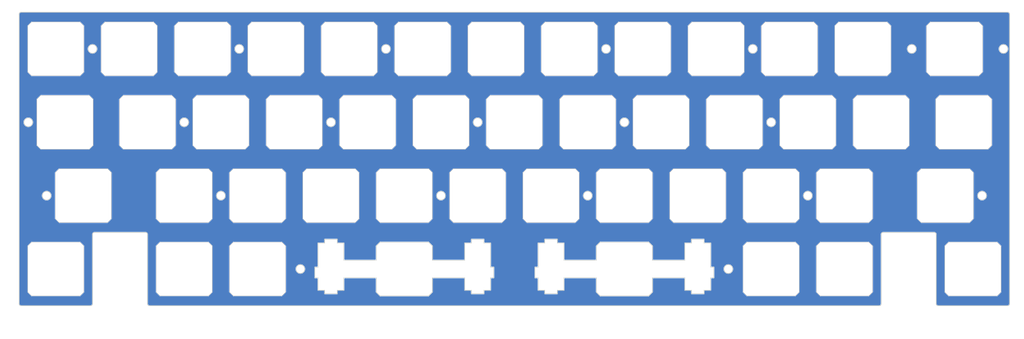
<source format=kicad_pcb>
(kicad_pcb (version 20221018) (generator pcbnew)
  (layers (0 "F.Cu" signal) (31 "B.Cu" signal) (34 "B.Paste" user) (35 "F.Paste" user) (36 "B.SilkS" user "B.Silkscreen") (37 "F.SilkS" user "F.Silkscreen") (38 "B.Mask" user) (39 "F.Mask" user) (44 "Edge.Cuts" user))
  (net 0 "")
  (net 1 "GND")
  (footprint "cipulot_parts:ecs_plate_cut_1U" (layer "F.Cu") (at 26.9875 91.28125)
    (fp_text reference "REF**")
    (fp_text value "Value " hide)
    (fp_line (start -7.3 -6) (end -7.3 6) (stroke (width 0.12)) (layer "Edge.Cuts"))
    (fp_line (start -7.3 6) (end -6.3 7) (stroke (width 0.12)) (layer "Edge.Cuts"))
    (fp_line (start -6.3 -7) (end -7.3 -6) (stroke (width 0.12)) (layer "Edge.Cuts"))
    (fp_line (start -6.3 7) (end 6.3 7) (stroke (width 0.12)) (layer "Edge.Cuts"))
    (fp_line (start 6.3 -7) (end -6.3 -7) (stroke (width 0.12)) (layer "Edge.Cuts"))
    (fp_line (start 6.3 -7) (end 7.3 -6) (stroke (width 0.12)) (layer "Edge.Cuts"))
    (fp_line (start 6.3 7) (end 7.3 6) (stroke (width 0.12)) (layer "Edge.Cuts"))
    (fp_line (start 7.3 6) (end 7.3 -6) (stroke (width 0.12)) (layer "Edge.Cuts"))
  )
  (footprint "cipulot_parts:ecs_plate_cut_1U" (layer "F.Cu") (at 136.525 72.23125)
    (fp_text reference "REF**")
    (fp_text value "Value " hide)
    (fp_line (start -7.3 -6) (end -7.3 6) (stroke (width 0.12)) (layer "Edge.Cuts"))
    (fp_line (start -7.3 6) (end -6.3 7) (stroke (width 0.12)) (layer "Edge.Cuts"))
    (fp_line (start -6.3 -7) (end -7.3 -6) (stroke (width 0.12)) (layer "Edge.Cuts"))
    (fp_line (start -6.3 7) (end 6.3 7) (stroke (width 0.12)) (layer "Edge.Cuts"))
    (fp_line (start 6.3 -7) (end -6.3 -7) (stroke (width 0.12)) (layer "Edge.Cuts"))
    (fp_line (start 6.3 -7) (end 7.3 -6) (stroke (width 0.12)) (layer "Edge.Cuts"))
    (fp_line (start 6.3 7) (end 7.3 6) (stroke (width 0.12)) (layer "Edge.Cuts"))
    (fp_line (start 7.3 6) (end 7.3 -6) (stroke (width 0.12)) (layer "Edge.Cuts"))
  )
  (footprint "cipulot_parts:ecs_plate_cut_1U" (layer "F.Cu") (at 262.73125 53.18125)
    (fp_text reference "REF**")
    (fp_text value "Value " hide)
    (fp_line (start -7.3 -6) (end -7.3 6) (stroke (width 0.12)) (layer "Edge.Cuts"))
    (fp_line (start -7.3 6) (end -6.3 7) (stroke (width 0.12)) (layer "Edge.Cuts"))
    (fp_line (start -6.3 -7) (end -7.3 -6) (stroke (width 0.12)) (layer "Edge.Cuts"))
    (fp_line (start -6.3 7) (end 6.3 7) (stroke (width 0.12)) (layer "Edge.Cuts"))
    (fp_line (start 6.3 -7) (end -6.3 -7) (stroke (width 0.12)) (layer "Edge.Cuts"))
    (fp_line (start 6.3 -7) (end 7.3 -6) (stroke (width 0.12)) (layer "Edge.Cuts"))
    (fp_line (start 6.3 7) (end 7.3 6) (stroke (width 0.12)) (layer "Edge.Cuts"))
    (fp_line (start 7.3 6) (end 7.3 -6) (stroke (width 0.12)) (layer "Edge.Cuts"))
  )
  (footprint "cipulot_parts:ecs_plate_cut_1U" (layer "F.Cu") (at 146.05 53.18125)
    (fp_text reference "REF**")
    (fp_text value "Value " hide)
    (fp_line (start -7.3 -6) (end -7.3 6) (stroke (width 0.12)) (layer "Edge.Cuts"))
    (fp_line (start -7.3 6) (end -6.3 7) (stroke (width 0.12)) (layer "Edge.Cuts"))
    (fp_line (start -6.3 -7) (end -7.3 -6) (stroke (width 0.12)) (layer "Edge.Cuts"))
    (fp_line (start -6.3 7) (end 6.3 7) (stroke (width 0.12)) (layer "Edge.Cuts"))
    (fp_line (start 6.3 -7) (end -6.3 -7) (stroke (width 0.12)) (layer "Edge.Cuts"))
    (fp_line (start 6.3 -7) (end 7.3 -6) (stroke (width 0.12)) (layer "Edge.Cuts"))
    (fp_line (start 6.3 7) (end 7.3 6) (stroke (width 0.12)) (layer "Edge.Cuts"))
    (fp_line (start 7.3 6) (end 7.3 -6) (stroke (width 0.12)) (layer "Edge.Cuts"))
  )
  (footprint "cipulot_parts:ecs_plate_cut_1U" (layer "F.Cu") (at 46.0375 34.13125)
    (fp_text reference "REF**")
    (fp_text value "Value " hide)
    (fp_line (start -7.3 -6) (end -7.3 6) (stroke (width 0.12)) (layer "Edge.Cuts"))
    (fp_line (start -7.3 6) (end -6.3 7) (stroke (width 0.12)) (layer "Edge.Cuts"))
    (fp_line (start -6.3 -7) (end -7.3 -6) (stroke (width 0.12)) (layer "Edge.Cuts"))
    (fp_line (start -6.3 7) (end 6.3 7) (stroke (width 0.12)) (layer "Edge.Cuts"))
    (fp_line (start 6.3 -7) (end -6.3 -7) (stroke (width 0.12)) (layer "Edge.Cuts"))
    (fp_line (start 6.3 -7) (end 7.3 -6) (stroke (width 0.12)) (layer "Edge.Cuts"))
    (fp_line (start 6.3 7) (end 7.3 6) (stroke (width 0.12)) (layer "Edge.Cuts"))
    (fp_line (start 7.3 6) (end 7.3 -6) (stroke (width 0.12)) (layer "Edge.Cuts"))
  )
  (footprint "cipulot_parts:ecs_plate_cut_1U" (layer "F.Cu") (at 231.775 91.28125)
    (fp_text reference "REF**")
    (fp_text value "Value " hide)
    (fp_line (start -7.3 -6) (end -7.3 6) (stroke (width 0.12)) (layer "Edge.Cuts"))
    (fp_line (start -7.3 6) (end -6.3 7) (stroke (width 0.12)) (layer "Edge.Cuts"))
    (fp_line (start -6.3 -7) (end -7.3 -6) (stroke (width 0.12)) (layer "Edge.Cuts"))
    (fp_line (start -6.3 7) (end 6.3 7) (stroke (width 0.12)) (layer "Edge.Cuts"))
    (fp_line (start 6.3 -7) (end -6.3 -7) (stroke (width 0.12)) (layer "Edge.Cuts"))
    (fp_line (start 6.3 -7) (end 7.3 -6) (stroke (width 0.12)) (layer "Edge.Cuts"))
    (fp_line (start 6.3 7) (end 7.3 6) (stroke (width 0.12)) (layer "Edge.Cuts"))
    (fp_line (start 7.3 6) (end 7.3 -6) (stroke (width 0.12)) (layer "Edge.Cuts"))
  )
  (footprint "cipulot_parts:ecs_plate_cut_1U" (layer "F.Cu") (at 79.375 72.23125)
    (fp_text reference "REF**")
    (fp_text value "Value " hide)
    (fp_line (start -7.3 -6) (end -7.3 6) (stroke (width 0.12)) (layer "Edge.Cuts"))
    (fp_line (start -7.3 6) (end -6.3 7) (stroke (width 0.12)) (layer "Edge.Cuts"))
    (fp_line (start -6.3 -7) (end -7.3 -6) (stroke (width 0.12)) (layer "Edge.Cuts"))
    (fp_line (start -6.3 7) (end 6.3 7) (stroke (width 0.12)) (layer "Edge.Cuts"))
    (fp_line (start 6.3 -7) (end -6.3 -7) (stroke (width 0.12)) (layer "Edge.Cuts"))
    (fp_line (start 6.3 -7) (end 7.3 -6) (stroke (width 0.12)) (layer "Edge.Cuts"))
    (fp_line (start 6.3 7) (end 7.3 6) (stroke (width 0.12)) (layer "Edge.Cuts"))
    (fp_line (start 7.3 6) (end 7.3 -6) (stroke (width 0.12)) (layer "Edge.Cuts"))
  )
  (footprint "cipulot_parts:ecs_plate_cut_1U" (layer "F.Cu") (at 88.9 53.18125)
    (fp_text reference "REF**")
    (fp_text value "Value " hide)
    (fp_line (start -7.3 -6) (end -7.3 6) (stroke (width 0.12)) (layer "Edge.Cuts"))
    (fp_line (start -7.3 6) (end -6.3 7) (stroke (width 0.12)) (layer "Edge.Cuts"))
    (fp_line (start -6.3 -7) (end -7.3 -6) (stroke (width 0.12)) (layer "Edge.Cuts"))
    (fp_line (start -6.3 7) (end 6.3 7) (stroke (width 0.12)) (layer "Edge.Cuts"))
    (fp_line (start 6.3 -7) (end -6.3 -7) (stroke (width 0.12)) (layer "Edge.Cuts"))
    (fp_line (start 6.3 -7) (end 7.3 -6) (stroke (width 0.12)) (layer "Edge.Cuts"))
    (fp_line (start 6.3 7) (end 7.3 6) (stroke (width 0.12)) (layer "Edge.Cuts"))
    (fp_line (start 7.3 6) (end 7.3 -6) (stroke (width 0.12)) (layer "Edge.Cuts"))
  )
  (footprint "cipulot_parts:ecs_plate_cut_1U" (layer "F.Cu") (at 260.35 34.13125)
    (fp_text reference "REF**")
    (fp_text value "Value " hide)
    (fp_line (start -7.3 -6) (end -7.3 6) (stroke (width 0.12)) (layer "Edge.Cuts"))
    (fp_line (start -7.3 6) (end -6.3 7) (stroke (width 0.12)) (layer "Edge.Cuts"))
    (fp_line (start -6.3 -7) (end -7.3 -6) (stroke (width 0.12)) (layer "Edge.Cuts"))
    (fp_line (start -6.3 7) (end 6.3 7) (stroke (width 0.12)) (layer "Edge.Cuts"))
    (fp_line (start 6.3 -7) (end -6.3 -7) (stroke (width 0.12)) (layer "Edge.Cuts"))
    (fp_line (start 6.3 -7) (end 7.3 -6) (stroke (width 0.12)) (layer "Edge.Cuts"))
    (fp_line (start 6.3 7) (end 7.3 6) (stroke (width 0.12)) (layer "Edge.Cuts"))
    (fp_line (start 7.3 6) (end 7.3 -6) (stroke (width 0.12)) (layer "Edge.Cuts"))
  )
  (footprint "cipulot_parts:ecs_plate_cut_1U" (layer "F.Cu") (at 127 53.18125)
    (fp_text reference "REF**")
    (fp_text value "Value " hide)
    (fp_line (start -7.3 -6) (end -7.3 6) (stroke (width 0.12)) (layer "Edge.Cuts"))
    (fp_line (start -7.3 6) (end -6.3 7) (stroke (width 0.12)) (layer "Edge.Cuts"))
    (fp_line (start -6.3 -7) (end -7.3 -6) (stroke (width 0.12)) (layer "Edge.Cuts"))
    (fp_line (start -6.3 7) (end 6.3 7) (stroke (width 0.12)) (layer "Edge.Cuts"))
    (fp_line (start 6.3 -7) (end -6.3 -7) (stroke (width 0.12)) (layer "Edge.Cuts"))
    (fp_line (start 6.3 -7) (end 7.3 -6) (stroke (width 0.12)) (layer "Edge.Cuts"))
    (fp_line (start 6.3 7) (end 7.3 6) (stroke (width 0.12)) (layer "Edge.Cuts"))
    (fp_line (start 7.3 6) (end 7.3 -6) (stroke (width 0.12)) (layer "Edge.Cuts"))
  )
  (footprint "cipulot_parts:ecs_plate_cut_1U" (layer "F.Cu") (at 198.4375 34.13125)
    (fp_text reference "REF**")
    (fp_text value "Value " hide)
    (fp_line (start -7.3 -6) (end -7.3 6) (stroke (width 0.12)) (layer "Edge.Cuts"))
    (fp_line (start -7.3 6) (end -6.3 7) (stroke (width 0.12)) (layer "Edge.Cuts"))
    (fp_line (start -6.3 -7) (end -7.3 -6) (stroke (width 0.12)) (layer "Edge.Cuts"))
    (fp_line (start -6.3 7) (end 6.3 7) (stroke (width 0.12)) (layer "Edge.Cuts"))
    (fp_line (start 6.3 -7) (end -6.3 -7) (stroke (width 0.12)) (layer "Edge.Cuts"))
    (fp_line (start 6.3 -7) (end 7.3 -6) (stroke (width 0.12)) (layer "Edge.Cuts"))
    (fp_line (start 6.3 7) (end 7.3 6) (stroke (width 0.12)) (layer "Edge.Cuts"))
    (fp_line (start 7.3 6) (end 7.3 -6) (stroke (width 0.12)) (layer "Edge.Cuts"))
  )
  (footprint "cipulot_parts:ecs_plate_cut_1U" (layer "F.Cu") (at 203.2 53.18125)
    (fp_text reference "REF**")
    (fp_text value "Value " hide)
    (fp_line (start -7.3 -6) (end -7.3 6) (stroke (width 0.12)) (layer "Edge.Cuts"))
    (fp_line (start -7.3 6) (end -6.3 7) (stroke (width 0.12)) (layer "Edge.Cuts"))
    (fp_line (start -6.3 -7) (end -7.3 -6) (stroke (width 0.12)) (layer "Edge.Cuts"))
    (fp_line (start -6.3 7) (end 6.3 7) (stroke (width 0.12)) (layer "Edge.Cuts"))
    (fp_line (start 6.3 -7) (end -6.3 -7) (stroke (width 0.12)) (layer "Edge.Cuts"))
    (fp_line (start 6.3 -7) (end 7.3 -6) (stroke (width 0.12)) (layer "Edge.Cuts"))
    (fp_line (start 6.3 7) (end 7.3 6) (stroke (width 0.12)) (layer "Edge.Cuts"))
    (fp_line (start 7.3 6) (end 7.3 -6) (stroke (width 0.12)) (layer "Edge.Cuts"))
  )
  (footprint "cipulot_parts:ecs_plate_cut_1U" (layer "F.Cu") (at 165.1 53.18125)
    (fp_text reference "REF**")
    (fp_text value "Value " hide)
    (fp_line (start -7.3 -6) (end -7.3 6) (stroke (width 0.12)) (layer "Edge.Cuts"))
    (fp_line (start -7.3 6) (end -6.3 7) (stroke (width 0.12)) (layer "Edge.Cuts"))
    (fp_line (start -6.3 -7) (end -7.3 -6) (stroke (width 0.12)) (layer "Edge.Cuts"))
    (fp_line (start -6.3 7) (end 6.3 7) (stroke (width 0.12)) (layer "Edge.Cuts"))
    (fp_line (start 6.3 -7) (end -6.3 -7) (stroke (width 0.12)) (layer "Edge.Cuts"))
    (fp_line (start 6.3 -7) (end 7.3 -6) (stroke (width 0.12)) (layer "Edge.Cuts"))
    (fp_line (start 6.3 7) (end 7.3 6) (stroke (width 0.12)) (layer "Edge.Cuts"))
    (fp_line (start 7.3 6) (end 7.3 -6) (stroke (width 0.12)) (layer "Edge.Cuts"))
  )
  (footprint "cipulot_parts:ecs_plate_cut_1U" (layer "F.Cu") (at 217.4875 34.13125)
    (fp_text reference "REF**")
    (fp_text value "Value " hide)
    (fp_line (start -7.3 -6) (end -7.3 6) (stroke (width 0.12)) (layer "Edge.Cuts"))
    (fp_line (start -7.3 6) (end -6.3 7) (stroke (width 0.12)) (layer "Edge.Cuts"))
    (fp_line (start -6.3 -7) (end -7.3 -6) (stroke (width 0.12)) (layer "Edge.Cuts"))
    (fp_line (start -6.3 7) (end 6.3 7) (stroke (width 0.12)) (layer "Edge.Cuts"))
    (fp_line (start 6.3 -7) (end -6.3 -7) (stroke (width 0.12)) (layer "Edge.Cuts"))
    (fp_line (start 6.3 -7) (end 7.3 -6) (stroke (width 0.12)) (layer "Edge.Cuts"))
    (fp_line (start 6.3 7) (end 7.3 6) (stroke (width 0.12)) (layer "Edge.Cuts"))
    (fp_line (start 7.3 6) (end 7.3 -6) (stroke (width 0.12)) (layer "Edge.Cuts"))
  )
  (footprint "cipulot_parts:ecs_plate_cut_1U" (layer "F.Cu") (at 117.475 72.23125)
    (fp_text reference "REF**")
    (fp_text value "Value " hide)
    (fp_line (start -7.3 -6) (end -7.3 6) (stroke (width 0.12)) (layer "Edge.Cuts"))
    (fp_line (start -7.3 6) (end -6.3 7) (stroke (width 0.12)) (layer "Edge.Cuts"))
    (fp_line (start -6.3 -7) (end -7.3 -6) (stroke (width 0.12)) (layer "Edge.Cuts"))
    (fp_line (start -6.3 7) (end 6.3 7) (stroke (width 0.12)) (layer "Edge.Cuts"))
    (fp_line (start 6.3 -7) (end -6.3 -7) (stroke (width 0.12)) (layer "Edge.Cuts"))
    (fp_line (start 6.3 -7) (end 7.3 -6) (stroke (width 0.12)) (layer "Edge.Cuts"))
    (fp_line (start 6.3 7) (end 7.3 6) (stroke (width 0.12)) (layer "Edge.Cuts"))
    (fp_line (start 7.3 6) (end 7.3 -6) (stroke (width 0.12)) (layer "Edge.Cuts"))
  )
  (footprint "cipulot_parts:ecs_plate_cut_1U" (layer "F.Cu") (at 84.137501 34.13125)
    (fp_text reference "REF**")
    (fp_text value "Value " hide)
    (fp_line (start -7.3 -6) (end -7.3 6) (stroke (width 0.12)) (layer "Edge.Cuts"))
    (fp_line (start -7.3 6) (end -6.3 7) (stroke (width 0.12)) (layer "Edge.Cuts"))
    (fp_line (start -6.3 -7) (end -7.3 -6) (stroke (width 0.12)) (layer "Edge.Cuts"))
    (fp_line (start -6.3 7) (end 6.3 7) (stroke (width 0.12)) (layer "Edge.Cuts"))
    (fp_line (start 6.3 -7) (end -6.3 -7) (stroke (width 0.12)) (layer "Edge.Cuts"))
    (fp_line (start 6.3 -7) (end 7.3 -6) (stroke (width 0.12)) (layer "Edge.Cuts"))
    (fp_line (start 6.3 7) (end 7.3 6) (stroke (width 0.12)) (layer "Edge.Cuts"))
    (fp_line (start 7.3 6) (end 7.3 -6) (stroke (width 0.12)) (layer "Edge.Cuts"))
  )
  (footprint "cipulot_parts:ecs_plate_cut_1U" (layer "F.Cu") (at 34.13125 72.23125)
    (fp_text reference "REF**")
    (fp_text value "Value " hide)
    (fp_line (start -7.3 -6) (end -7.3 6) (stroke (width 0.12)) (layer "Edge.Cuts"))
    (fp_line (start -7.3 6) (end -6.3 7) (stroke (width 0.12)) (layer "Edge.Cuts"))
    (fp_line (start -6.3 -7) (end -7.3 -6) (stroke (width 0.12)) (layer "Edge.Cuts"))
    (fp_line (start -6.3 7) (end 6.3 7) (stroke (width 0.12)) (layer "Edge.Cuts"))
    (fp_line (start 6.3 -7) (end -6.3 -7) (stroke (width 0.12)) (layer "Edge.Cuts"))
    (fp_line (start 6.3 -7) (end 7.3 -6) (stroke (width 0.12)) (layer "Edge.Cuts"))
    (fp_line (start 6.3 7) (end 7.3 6) (stroke (width 0.12)) (layer "Edge.Cuts"))
    (fp_line (start 7.3 6) (end 7.3 -6) (stroke (width 0.12)) (layer "Edge.Cuts"))
  )
  (footprint "cipulot_parts:ecs_plate_cut_1U" (layer "F.Cu") (at 155.575 72.23125)
    (fp_text reference "REF**")
    (fp_text value "Value " hide)
    (fp_line (start -7.3 -6) (end -7.3 6) (stroke (width 0.12)) (layer "Edge.Cuts"))
    (fp_line (start -7.3 6) (end -6.3 7) (stroke (width 0.12)) (layer "Edge.Cuts"))
    (fp_line (start -6.3 -7) (end -7.3 -6) (stroke (width 0.12)) (layer "Edge.Cuts"))
    (fp_line (start -6.3 7) (end 6.3 7) (stroke (width 0.12)) (layer "Edge.Cuts"))
    (fp_line (start 6.3 -7) (end -6.3 -7) (stroke (width 0.12)) (layer "Edge.Cuts"))
    (fp_line (start 6.3 -7) (end 7.3 -6) (stroke (width 0.12)) (layer "Edge.Cuts"))
    (fp_line (start 6.3 7) (end 7.3 6) (stroke (width 0.12)) (layer "Edge.Cuts"))
    (fp_line (start 7.3 6) (end 7.3 -6) (stroke (width 0.12)) (layer "Edge.Cuts"))
  )
  (footprint "cipulot_parts:ecs_plate_cut_1U" (layer "F.Cu") (at 60.325 72.23125)
    (fp_text reference "REF**")
    (fp_text value "Value " hide)
    (fp_line (start -7.3 -6) (end -7.3 6) (stroke (width 0.12)) (layer "Edge.Cuts"))
    (fp_line (start -7.3 6) (end -6.3 7) (stroke (width 0.12)) (layer "Edge.Cuts"))
    (fp_line (start -6.3 -7) (end -7.3 -6) (stroke (width 0.12)) (layer "Edge.Cuts"))
    (fp_line (start -6.3 7) (end 6.3 7) (stroke (width 0.12)) (layer "Edge.Cuts"))
    (fp_line (start 6.3 -7) (end -6.3 -7) (stroke (width 0.12)) (layer "Edge.Cuts"))
    (fp_line (start 6.3 -7) (end 7.3 -6) (stroke (width 0.12)) (layer "Edge.Cuts"))
    (fp_line (start 6.3 7) (end 7.3 6) (stroke (width 0.12)) (layer "Edge.Cuts"))
    (fp_line (start 7.3 6) (end 7.3 -6) (stroke (width 0.12)) (layer "Edge.Cuts"))
  )
  (footprint "cipulot_parts:ecs_plate_cut_1U" (layer "F.Cu") (at 50.8 53.18125)
    (fp_text reference "REF**")
    (fp_text value "Value " hide)
    (fp_line (start -7.3 -6) (end -7.3 6) (stroke (width 0.12)) (layer "Edge.Cuts"))
    (fp_line (start -7.3 6) (end -6.3 7) (stroke (width 0.12)) (layer "Edge.Cuts"))
    (fp_line (start -6.3 -7) (end -7.3 -6) (stroke (width 0.12)) (layer "Edge.Cuts"))
    (fp_line (start -6.3 7) (end 6.3 7) (stroke (width 0.12)) (layer "Edge.Cuts"))
    (fp_line (start 6.3 -7) (end -6.3 -7) (stroke (width 0.12)) (layer "Edge.Cuts"))
    (fp_line (start 6.3 -7) (end 7.3 -6) (stroke (width 0.12)) (layer "Edge.Cuts"))
    (fp_line (start 6.3 7) (end 7.3 6) (stroke (width 0.12)) (layer "Edge.Cuts"))
    (fp_line (start 7.3 6) (end 7.3 -6) (stroke (width 0.12)) (layer "Edge.Cuts"))
  )
  (footprint "cipulot_parts:ecs_plate_cut_1U" (layer "F.Cu") (at 107.95 53.18125)
    (fp_text reference "REF**")
    (fp_text value "Value " hide)
    (fp_line (start -7.3 -6) (end -7.3 6) (stroke (width 0.12)) (layer "Edge.Cuts"))
    (fp_line (start -7.3 6) (end -6.3 7) (stroke (width 0.12)) (layer "Edge.Cuts"))
    (fp_line (start -6.3 -7) (end -7.3 -6) (stroke (width 0.12)) (layer "Edge.Cuts"))
    (fp_line (start -6.3 7) (end 6.3 7) (stroke (width 0.12)) (layer "Edge.Cuts"))
    (fp_line (start 6.3 -7) (end -6.3 -7) (stroke (width 0.12)) (layer "Edge.Cuts"))
    (fp_line (start 6.3 -7) (end 7.3 -6) (stroke (width 0.12)) (layer "Edge.Cuts"))
    (fp_line (start 6.3 7) (end 7.3 6) (stroke (width 0.12)) (layer "Edge.Cuts"))
    (fp_line (start 7.3 6) (end 7.3 -6) (stroke (width 0.12)) (layer "Edge.Cuts"))
  )
  (footprint "cipulot_parts:ecs_plate_cut_1U" (layer "F.Cu") (at 65.0875 34.13125)
    (fp_text reference "REF**")
    (fp_text value "Value " hide)
    (fp_line (start -7.3 -6) (end -7.3 6) (stroke (width 0.12)) (layer "Edge.Cuts"))
    (fp_line (start -7.3 6) (end -6.3 7) (stroke (width 0.12)) (layer "Edge.Cuts"))
    (fp_line (start -6.3 -7) (end -7.3 -6) (stroke (width 0.12)) (layer "Edge.Cuts"))
    (fp_line (start -6.3 7) (end 6.3 7) (stroke (width 0.12)) (layer "Edge.Cuts"))
    (fp_line (start 6.3 -7) (end -6.3 -7) (stroke (width 0.12)) (layer "Edge.Cuts"))
    (fp_line (start 6.3 -7) (end 7.3 -6) (stroke (width 0.12)) (layer "Edge.Cuts"))
    (fp_line (start 6.3 7) (end 7.3 6) (stroke (width 0.12)) (layer "Edge.Cuts"))
    (fp_line (start 7.3 6) (end 7.3 -6) (stroke (width 0.12)) (layer "Edge.Cuts"))
  )
  (footprint "cipulot_parts:ecs_plate_cut_1U" (layer "F.Cu") (at 141.2875 34.13125)
    (fp_text reference "REF**")
    (fp_text value "Value " hide)
    (fp_line (start -7.3 -6) (end -7.3 6) (stroke (width 0.12)) (layer "Edge.Cuts"))
    (fp_line (start -7.3 6) (end -6.3 7) (stroke (width 0.12)) (layer "Edge.Cuts"))
    (fp_line (start -6.3 -7) (end -7.3 -6) (stroke (width 0.12)) (layer "Edge.Cuts"))
    (fp_line (start -6.3 7) (end 6.3 7) (stroke (width 0.12)) (layer "Edge.Cuts"))
    (fp_line (start 6.3 -7) (end -6.3 -7) (stroke (width 0.12)) (layer "Edge.Cuts"))
    (fp_line (start 6.3 -7) (end 7.3 -6) (stroke (width 0.12)) (layer "Edge.Cuts"))
    (fp_line (start 6.3 7) (end 7.3 6) (stroke (width 0.12)) (layer "Edge.Cuts"))
    (fp_line (start 7.3 6) (end 7.3 -6) (stroke (width 0.12)) (layer "Edge.Cuts"))
  )
  (footprint "cipulot_parts:ecs_plate_cut_1U" (layer "F.Cu") (at 29.36875 53.18125)
    (fp_text reference "REF**")
    (fp_text value "Value " hide)
    (fp_line (start -7.3 -6) (end -7.3 6) (stroke (width 0.12)) (layer "Edge.Cuts"))
    (fp_line (start -7.3 6) (end -6.3 7) (stroke (width 0.12)) (layer "Edge.Cuts"))
    (fp_line (start -6.3 -7) (end -7.3 -6) (stroke (width 0.12)) (layer "Edge.Cuts"))
    (fp_line (start -6.3 7) (end 6.3 7) (stroke (width 0.12)) (layer "Edge.Cuts"))
    (fp_line (start 6.3 -7) (end -6.3 -7) (stroke (width 0.12)) (layer "Edge.Cuts"))
    (fp_line (start 6.3 -7) (end 7.3 -6) (stroke (width 0.12)) (layer "Edge.Cuts"))
    (fp_line (start 6.3 7) (end 7.3 6) (stroke (width 0.12)) (layer "Edge.Cuts"))
    (fp_line (start 7.3 6) (end 7.3 -6) (stroke (width 0.12)) (layer "Edge.Cuts"))
  )
  (footprint "cipulot_parts:ecs_plate_cut_1U" (layer "F.Cu") (at 160.3375 34.13125)
    (fp_text reference "REF**")
    (fp_text value "Value " hide)
    (fp_line (start -7.3 -6) (end -7.3 6) (stroke (width 0.12)) (layer "Edge.Cuts"))
    (fp_line (start -7.3 6) (end -6.3 7) (stroke (width 0.12)) (layer "Edge.Cuts"))
    (fp_line (start -6.3 -7) (end -7.3 -6) (stroke (width 0.12)) (layer "Edge.Cuts"))
    (fp_line (start -6.3 7) (end 6.3 7) (stroke (width 0.12)) (layer "Edge.Cuts"))
    (fp_line (start 6.3 -7) (end -6.3 -7) (stroke (width 0.12)) (layer "Edge.Cuts"))
    (fp_line (start 6.3 -7) (end 7.3 -6) (stroke (width 0.12)) (layer "Edge.Cuts"))
    (fp_line (start 6.3 7) (end 7.3 6) (stroke (width 0.12)) (layer "Edge.Cuts"))
    (fp_line (start 7.3 6) (end 7.3 -6) (stroke (width 0.12)) (layer "Edge.Cuts"))
  )
  (footprint "cipulot_parts:ecs_plate_cut_1U" (layer "F.Cu") (at 79.375 91.28125)
    (fp_text reference "REF**")
    (fp_text value "Value " hide)
    (fp_line (start -7.3 -6) (end -7.3 6) (stroke (width 0.12)) (layer "Edge.Cuts"))
    (fp_line (start -7.3 6) (end -6.3 7) (stroke (width 0.12)) (layer "Edge.Cuts"))
    (fp_line (start -6.3 -7) (end -7.3 -6) (stroke (width 0.12)) (layer "Edge.Cuts"))
    (fp_line (start -6.3 7) (end 6.3 7) (stroke (width 0.12)) (layer "Edge.Cuts"))
    (fp_line (start 6.3 -7) (end -6.3 -7) (stroke (width 0.12)) (layer "Edge.Cuts"))
    (fp_line (start 6.3 -7) (end 7.3 -6) (stroke (width 0.12)) (layer "Edge.Cuts"))
    (fp_line (start 6.3 7) (end 7.3 6) (stroke (width 0.12)) (layer "Edge.Cuts"))
    (fp_line (start 7.3 6) (end 7.3 -6) (stroke (width 0.12)) (layer "Edge.Cuts"))
  )
  (footprint "cipulot_parts:ecs_plate_cut_1U" (layer "F.Cu") (at 122.2375 34.13125)
    (fp_text reference "REF**")
    (fp_text value "Value " hide)
    (fp_line (start -7.3 -6) (end -7.3 6) (stroke (width 0.12)) (layer "Edge.Cuts"))
    (fp_line (start -7.3 6) (end -6.3 7) (stroke (width 0.12)) (layer "Edge.Cuts"))
    (fp_line (start -6.3 -7) (end -7.3 -6) (stroke (width 0.12)) (layer "Edge.Cuts"))
    (fp_line (start -6.3 7) (end 6.3 7) (stroke (width 0.12)) (layer "Edge.Cuts"))
    (fp_line (start 6.3 -7) (end -6.3 -7) (stroke (width 0.12)) (layer "Edge.Cuts"))
    (fp_line (start 6.3 -7) (end 7.3 -6) (stroke (width 0.12)) (layer "Edge.Cuts"))
    (fp_line (start 6.3 7) (end 7.3 6) (stroke (width 0.12)) (layer "Edge.Cuts"))
    (fp_line (start 7.3 6) (end 7.3 -6) (stroke (width 0.12)) (layer "Edge.Cuts"))
  )
  (footprint "cipulot_parts:ecs_plate_cut_1U" (layer "F.Cu") (at 212.725 72.23125)
    (fp_text reference "REF**")
    (fp_text value "Value " hide)
    (fp_line (start -7.3 -6) (end -7.3 6) (stroke (width 0.12)) (layer "Edge.Cuts"))
    (fp_line (start -7.3 6) (end -6.3 7) (stroke (width 0.12)) (layer "Edge.Cuts"))
    (fp_line (start -6.3 -7) (end -7.3 -6) (stroke (width 0.12)) (layer "Edge.Cuts"))
    (fp_line (start -6.3 7) (end 6.3 7) (stroke (width 0.12)) (layer "Edge.Cuts"))
    (fp_line (start 6.3 -7) (end -6.3 -7) (stroke (width 0.12)) (layer "Edge.Cuts"))
    (fp_line (start 6.3 -7) (end 7.3 -6) (stroke (width 0.12)) (layer "Edge.Cuts"))
    (fp_line (start 6.3 7) (end 7.3 6) (stroke (width 0.12)) (layer "Edge.Cuts"))
    (fp_line (start 7.3 6) (end 7.3 -6) (stroke (width 0.12)) (layer "Edge.Cuts"))
  )
  (footprint "cipulot_parts:ecs_plate_cut_1U" (layer "F.Cu") (at 257.96875 72.23125)
    (fp_text reference "REF**")
    (fp_text value "Value " hide)
    (fp_line (start -7.3 -6) (end -7.3 6) (stroke (width 0.12)) (layer "Edge.Cuts"))
    (fp_line (start -7.3 6) (end -6.3 7) (stroke (width 0.12)) (layer "Edge.Cuts"))
    (fp_line (start -6.3 -7) (end -7.3 -6) (stroke (width 0.12)) (layer "Edge.Cuts"))
    (fp_line (start -6.3 7) (end 6.3 7) (stroke (width 0.12)) (layer "Edge.Cuts"))
    (fp_line (start 6.3 -7) (end -6.3 -7) (stroke (width 0.12)) (layer "Edge.Cuts"))
    (fp_line (start 6.3 -7) (end 7.3 -6) (stroke (width 0.12)) (layer "Edge.Cuts"))
    (fp_line (start 6.3 7) (end 7.3 6) (stroke (width 0.12)) (layer "Edge.Cuts"))
    (fp_line (start 7.3 6) (end 7.3 -6) (stroke (width 0.12)) (layer "Edge.Cuts"))
  )
  (footprint "cipulot_parts:ecs_plate_cut_1U" (layer "F.Cu") (at 69.85 53.18125)
    (fp_text reference "REF**")
    (fp_text value "Value " hide)
    (fp_line (start -7.3 -6) (end -7.3 6) (stroke (width 0.12)) (layer "Edge.Cuts"))
    (fp_line (start -7.3 6) (end -6.3 7) (stroke (width 0.12)) (layer "Edge.Cuts"))
    (fp_line (start -6.3 -7) (end -7.3 -6) (stroke (width 0.12)) (layer "Edge.Cuts"))
    (fp_line (start -6.3 7) (end 6.3 7) (stroke (width 0.12)) (layer "Edge.Cuts"))
    (fp_line (start 6.3 -7) (end -6.3 -7) (stroke (width 0.12)) (layer "Edge.Cuts"))
    (fp_line (start 6.3 -7) (end 7.3 -6) (stroke (width 0.12)) (layer "Edge.Cuts"))
    (fp_line (start 6.3 7) (end 7.3 6) (stroke (width 0.12)) (layer "Edge.Cuts"))
    (fp_line (start 7.3 6) (end 7.3 -6) (stroke (width 0.12)) (layer "Edge.Cuts"))
  )
  (footprint "cipulot_parts:ecs_plate_cut_1U" (layer "F.Cu") (at 212.725 91.28125)
    (fp_text reference "REF**")
    (fp_text value "Value " hide)
    (fp_line (start -7.3 -6) (end -7.3 6) (stroke (width 0.12)) (layer "Edge.Cuts"))
    (fp_line (start -7.3 6) (end -6.3 7) (stroke (width 0.12)) (layer "Edge.Cuts"))
    (fp_line (start -6.3 -7) (end -7.3 -6) (stroke (width 0.12)) (layer "Edge.Cuts"))
    (fp_line (start -6.3 7) (end 6.3 7) (stroke (width 0.12)) (layer "Edge.Cuts"))
    (fp_line (start 6.3 -7) (end -6.3 -7) (stroke (width 0.12)) (layer "Edge.Cuts"))
    (fp_line (start 6.3 -7) (end 7.3 -6) (stroke (width 0.12)) (layer "Edge.Cuts"))
    (fp_line (start 6.3 7) (end 7.3 6) (stroke (width 0.12)) (layer "Edge.Cuts"))
    (fp_line (start 7.3 6) (end 7.3 -6) (stroke (width 0.12)) (layer "Edge.Cuts"))
  )
  (footprint "cipulot_parts:ecs_plate_cut_1U" (layer "F.Cu") (at 231.775 72.23125)
    (fp_text reference "REF**")
    (fp_text value "Value " hide)
    (fp_line (start -7.3 -6) (end -7.3 6) (stroke (width 0.12)) (layer "Edge.Cuts"))
    (fp_line (start -7.3 6) (end -6.3 7) (stroke (width 0.12)) (layer "Edge.Cuts"))
    (fp_line (start -6.3 -7) (end -7.3 -6) (stroke (width 0.12)) (layer "Edge.Cuts"))
    (fp_line (start -6.3 7) (end 6.3 7) (stroke (width 0.12)) (layer "Edge.Cuts"))
    (fp_line (start 6.3 -7) (end -6.3 -7) (stroke (width 0.12)) (layer "Edge.Cuts"))
    (fp_line (start 6.3 -7) (end 7.3 -6) (stroke (width 0.12)) (layer "Edge.Cuts"))
    (fp_line (start 6.3 7) (end 7.3 6) (stroke (width 0.12)) (layer "Edge.Cuts"))
    (fp_line (start 7.3 6) (end 7.3 -6) (stroke (width 0.12)) (layer "Edge.Cuts"))
  )
  (footprint "cipulot_parts:ecs_plate_cut_1U" (layer "F.Cu") (at 174.625 72.23125)
    (fp_text reference "REF**")
    (fp_text value "Value " hide)
    (fp_line (start -7.3 -6) (end -7.3 6) (stroke (width 0.12)) (layer "Edge.Cuts"))
    (fp_line (start -7.3 6) (end -6.3 7) (stroke (width 0.12)) (layer "Edge.Cuts"))
    (fp_line (start -6.3 -7) (end -7.3 -6) (stroke (width 0.12)) (layer "Edge.Cuts"))
    (fp_line (start -6.3 7) (end 6.3 7) (stroke (width 0.12)) (layer "Edge.Cuts"))
    (fp_line (start 6.3 -7) (end -6.3 -7) (stroke (width 0.12)) (layer "Edge.Cuts"))
    (fp_line (start 6.3 -7) (end 7.3 -6) (stroke (width 0.12)) (layer "Edge.Cuts"))
    (fp_line (start 6.3 7) (end 7.3 6) (stroke (width 0.12)) (layer "Edge.Cuts"))
    (fp_line (start 7.3 6) (end 7.3 -6) (stroke (width 0.12)) (layer "Edge.Cuts"))
  )
  (footprint "cipulot_parts:ecs_plate_cut_1U" (layer "F.Cu") (at 98.425 72.23125)
    (fp_text reference "REF**")
    (fp_text value "Value " hide)
    (fp_line (start -7.3 -6) (end -7.3 6) (stroke (width 0.12)) (layer "Edge.Cuts"))
    (fp_line (start -7.3 6) (end -6.3 7) (stroke (width 0.12)) (layer "Edge.Cuts"))
    (fp_line (start -6.3 -7) (end -7.3 -6) (stroke (width 0.12)) (layer "Edge.Cuts"))
    (fp_line (start -6.3 7) (end 6.3 7) (stroke (width 0.12)) (layer "Edge.Cuts"))
    (fp_line (start 6.3 -7) (end -6.3 -7) (stroke (width 0.12)) (layer "Edge.Cuts"))
    (fp_line (start 6.3 -7) (end 7.3 -6) (stroke (width 0.12)) (layer "Edge.Cuts"))
    (fp_line (start 6.3 7) (end 7.3 6) (stroke (width 0.12)) (layer "Edge.Cuts"))
    (fp_line (start 7.3 6) (end 7.3 -6) (stroke (width 0.12)) (layer "Edge.Cuts"))
  )
  (footprint "cipulot_parts:ecs_plate_cut_1U" (layer "F.Cu") (at 222.25 53.18125)
    (fp_text reference "REF**")
    (fp_text value "Value " hide)
    (fp_line (start -7.3 -6) (end -7.3 6) (stroke (width 0.12)) (layer "Edge.Cuts"))
    (fp_line (start -7.3 6) (end -6.3 7) (stroke (width 0.12)) (layer "Edge.Cuts"))
    (fp_line (start -6.3 -7) (end -7.3 -6) (stroke (width 0.12)) (layer "Edge.Cuts"))
    (fp_line (start -6.3 7) (end 6.3 7) (stroke (width 0.12)) (layer "Edge.Cuts"))
    (fp_line (start 6.3 -7) (end -6.3 -7) (stroke (width 0.12)) (layer "Edge.Cuts"))
    (fp_line (start 6.3 -7) (end 7.3 -6) (stroke (width 0.12)) (layer "Edge.Cuts"))
    (fp_line (start 6.3 7) (end 7.3 6) (stroke (width 0.12)) (layer "Edge.Cuts"))
    (fp_line (start 7.3 6) (end 7.3 -6) (stroke (width 0.12)) (layer "Edge.Cuts"))
  )
  (footprint "cipulot_parts:ecs_plate_cut_1U" (layer "F.Cu") (at 236.5375 34.13125)
    (fp_text reference "REF**")
    (fp_text value "Value " hide)
    (fp_line (start -7.3 -6) (end -7.3 6) (stroke (width 0.12)) (layer "Edge.Cuts"))
    (fp_line (start -7.3 6) (end -6.3 7) (stroke (width 0.12)) (layer "Edge.Cuts"))
    (fp_line (start -6.3 -7) (end -7.3 -6) (stroke (width 0.12)) (layer "Edge.Cuts"))
    (fp_line (start -6.3 7) (end 6.3 7) (stroke (width 0.12)) (layer "Edge.Cuts"))
    (fp_line (start 6.3 -7) (end -6.3 -7) (stroke (width 0.12)) (layer "Edge.Cuts"))
    (fp_line (start 6.3 -7) (end 7.3 -6) (stroke (width 0.12)) (layer "Edge.Cuts"))
    (fp_line (start 6.3 7) (end 7.3 6) (stroke (width 0.12)) (layer "Edge.Cuts"))
    (fp_line (start 7.3 6) (end 7.3 -6) (stroke (width 0.12)) (layer "Edge.Cuts"))
  )
  (footprint "cipulot_parts:ecs_plate_cut_1U" (layer "F.Cu") (at 193.675 72.23125)
    (fp_text reference "REF**")
    (fp_text value "Value " hide)
    (fp_line (start -7.3 -6) (end -7.3 6) (stroke (width 0.12)) (layer "Edge.Cuts"))
    (fp_line (start -7.3 6) (end -6.3 7) (stroke (width 0.12)) (layer "Edge.Cuts"))
    (fp_line (start -6.3 -7) (end -7.3 -6) (stroke (width 0.12)) (layer "Edge.Cuts"))
    (fp_line (start -6.3 7) (end 6.3 7) (stroke (width 0.12)) (layer "Edge.Cuts"))
    (fp_line (start 6.3 -7) (end -6.3 -7) (stroke (width 0.12)) (layer "Edge.Cuts"))
    (fp_line (start 6.3 -7) (end 7.3 -6) (stroke (width 0.12)) (layer "Edge.Cuts"))
    (fp_line (start 6.3 7) (end 7.3 6) (stroke (width 0.12)) (layer "Edge.Cuts"))
    (fp_line (start 7.3 6) (end 7.3 -6) (stroke (width 0.12)) (layer "Edge.Cuts"))
  )
  (footprint "cipulot_parts:ecs_plate_cut_1U" (layer "F.Cu") (at 103.1875 34.13125)
    (fp_text reference "REF**")
    (fp_text value "Value " hide)
    (fp_line (start -7.3 -6) (end -7.3 6) (stroke (width 0.12)) (layer "Edge.Cuts"))
    (fp_line (start -7.3 6) (end -6.3 7) (stroke (width 0.12)) (layer "Edge.Cuts"))
    (fp_line (start -6.3 -7) (end -7.3 -6) (stroke (width 0.12)) (layer "Edge.Cuts"))
    (fp_line (start -6.3 7) (end 6.3 7) (stroke (width 0.12)) (layer "Edge.Cuts"))
    (fp_line (start 6.3 -7) (end -6.3 -7) (stroke (width 0.12)) (layer "Edge.Cuts"))
    (fp_line (start 6.3 -7) (end 7.3 -6) (stroke (width 0.12)) (layer "Edge.Cuts"))
    (fp_line (start 6.3 7) (end 7.3 6) (stroke (width 0.12)) (layer "Edge.Cuts"))
    (fp_line (start 7.3 6) (end 7.3 -6) (stroke (width 0.12)) (layer "Edge.Cuts"))
  )
  (footprint "cipulot_parts:ecs_plate_cut_1U" (layer "F.Cu") (at 184.15 53.18125)
    (fp_text reference "REF**")
    (fp_text value "Value " hide)
    (fp_line (start -7.3 -6) (end -7.3 6) (stroke (width 0.12)) (layer "Edge.Cuts"))
    (fp_line (start -7.3 6) (end -6.3 7) (stroke (width 0.12)) (layer "Edge.Cuts"))
    (fp_line (start -6.3 -7) (end -7.3 -6) (stroke (width 0.12)) (layer "Edge.Cuts"))
    (fp_line (start -6.3 7) (end 6.3 7) (stroke (width 0.12)) (layer "Edge.Cuts"))
    (fp_line (start 6.3 -7) (end -6.3 -7) (stroke (width 0.12)) (layer "Edge.Cuts"))
    (fp_line (start 6.3 -7) (end 7.3 -6) (stroke (width 0.12)) (layer "Edge.Cuts"))
    (fp_line (start 6.3 7) (end 7.3 6) (stroke (width 0.12)) (layer "Edge.Cuts"))
    (fp_line (start 7.3 6) (end 7.3 -6) (stroke (width 0.12)) (layer "Edge.Cuts"))
  )
  (footprint "cipulot_parts:ecs_plate_cut_1U" (layer "F.Cu") (at 179.3875 34.13125)
    (fp_text reference "REF**")
    (fp_text value "Value " hide)
    (fp_line (start -7.3 -6) (end -7.3 6) (stroke (width 0.12)) (layer "Edge.Cuts"))
    (fp_line (start -7.3 6) (end -6.3 7) (stroke (width 0.12)) (layer "Edge.Cuts"))
    (fp_line (start -6.3 -7) (end -7.3 -6) (stroke (width 0.12)) (layer "Edge.Cuts"))
    (fp_line (start -6.3 7) (end 6.3 7) (stroke (width 0.12)) (layer "Edge.Cuts"))
    (fp_line (start 6.3 -7) (end -6.3 -7) (stroke (width 0.12)) (layer "Edge.Cuts"))
    (fp_line (start 6.3 -7) (end 7.3 -6) (stroke (width 0.12)) (layer "Edge.Cuts"))
    (fp_line (start 6.3 7) (end 7.3 6) (stroke (width 0.12)) (layer "Edge.Cuts"))
    (fp_line (start 7.3 6) (end 7.3 -6) (stroke (width 0.12)) (layer "Edge.Cuts"))
  )
  (footprint "cipulot_parts:ecs_plate_cut_1U" (layer "F.Cu") (at 265.1125 91.28125)
    (fp_text reference "REF**")
    (fp_text value "Value " hide)
    (fp_line (start -7.3 -6) (end -7.3 6) (stroke (width 0.12)) (layer "Edge.Cuts"))
    (fp_line (start -7.3 6) (end -6.3 7) (stroke (width 0.12)) (layer "Edge.Cuts"))
    (fp_line (start -6.3 -7) (end -7.3 -6) (stroke (width 0.12)) (layer "Edge.Cuts"))
    (fp_line (start -6.3 7) (end 6.3 7) (stroke (width 0.12)) (layer "Edge.Cuts"))
    (fp_line (start 6.3 -7) (end -6.3 -7) (stroke (width 0.12)) (layer "Edge.Cuts"))
    (fp_line (start 6.3 -7) (end 7.3 -6) (stroke (width 0.12)) (layer "Edge.Cuts"))
    (fp_line (start 6.3 7) (end 7.3 6) (stroke (width 0.12)) (layer "Edge.Cuts"))
    (fp_line (start 7.3 6) (end 7.3 -6) (stroke (width 0.12)) (layer "Edge.Cuts"))
  )
  (footprint "cipulot_parts:ecs_plate_cut_1U" (layer "F.Cu") (at 241.3 53.18125)
    (fp_text reference "REF**")
    (fp_text value "Value " hide)
    (fp_line (start -7.3 -6) (end -7.3 6) (stroke (width 0.12)) (layer "Edge.Cuts"))
    (fp_line (start -7.3 6) (end -6.3 7) (stroke (width 0.12)) (layer "Edge.Cuts"))
    (fp_line (start -6.3 -7) (end -7.3 -6) (stroke (width 0.12)) (layer "Edge.Cuts"))
    (fp_line (start -6.3 7) (end 6.3 7) (stroke (width 0.12)) (layer "Edge.Cuts"))
    (fp_line (start 6.3 -7) (end -6.3 -7) (stroke (width 0.12)) (layer "Edge.Cuts"))
    (fp_line (start 6.3 -7) (end 7.3 -6) (stroke (width 0.12)) (layer "Edge.Cuts"))
    (fp_line (start 6.3 7) (end 7.3 6) (stroke (width 0.12)) (layer "Edge.Cuts"))
    (fp_line (start 7.3 6) (end 7.3 -6) (stroke (width 0.12)) (layer "Edge.Cuts"))
  )
  (footprint "cipulot_parts:ecs_plate_cut_1U" (layer "F.Cu") (at 60.325 91.28125)
    (fp_text reference "REF**")
    (fp_text value "Value " hide)
    (fp_line (start -7.3 -6) (end -7.3 6) (stroke (width 0.12)) (layer "Edge.Cuts"))
    (fp_line (start -7.3 6) (end -6.3 7) (stroke (width 0.12)) (layer "Edge.Cuts"))
    (fp_line (start -6.3 -7) (end -7.3 -6) (stroke (width 0.12)) (layer "Edge.Cuts"))
    (fp_line (start -6.3 7) (end 6.3 7) (stroke (width 0.12)) (layer "Edge.Cuts"))
    (fp_line (start 6.3 -7) (end -6.3 -7) (stroke (width 0.12)) (layer "Edge.Cuts"))
    (fp_line (start 6.3 -7) (end 7.3 -6) (stroke (width 0.12)) (layer "Edge.Cuts"))
    (fp_line (start 6.3 7) (end 7.3 6) (stroke (width 0.12)) (layer "Edge.Cuts"))
    (fp_line (start 7.3 6) (end 7.3 -6) (stroke (width 0.12)) (layer "Edge.Cuts"))
  )
  (footprint "cipulot_parts:ecs_plate_cut_1U" (layer "F.Cu") (at 26.9875 34.13125)
    (fp_text reference "REF**")
    (fp_text value "Value " hide)
    (fp_line (start -7.3 -6) (end -7.3 6) (stroke (width 0.12)) (layer "Edge.Cuts"))
    (fp_line (start -7.3 6) (end -6.3 7) (stroke (width 0.12)) (layer "Edge.Cuts"))
    (fp_line (start -6.3 -7) (end -7.3 -6) (stroke (width 0.12)) (layer "Edge.Cuts"))
    (fp_line (start -6.3 7) (end 6.3 7) (stroke (width 0.12)) (layer "Edge.Cuts"))
    (fp_line (start 6.3 -7) (end -6.3 -7) (stroke (width 0.12)) (layer "Edge.Cuts"))
    (fp_line (start 6.3 -7) (end 7.3 -6) (stroke (width 0.12)) (layer "Edge.Cuts"))
    (fp_line (start 6.3 7) (end 7.3 6) (stroke (width 0.12)) (layer "Edge.Cuts"))
    (fp_line (start 7.3 6) (end 7.3 -6) (stroke (width 0.12)) (layer "Edge.Cuts"))
  )
  (gr_line (start 195.32515 83.53225) (end 192.02475 83.53225) (stroke (width 0.2)) (layer "Edge.Cuts"))
  (gr_line (start 152.20085 96.81225) (end 153.92485 96.81225) (stroke (width 0.2)) (layer "Edge.Cuts"))
  (gr_circle (center 24.60625 72.23125) (end 25.75625 72.23125) (stroke (width 0.2)) (fill none) (layer "Edge.Cuts"))
  (gr_line (start 181.926649 93.58162) (end 190.30085 93.58225) (stroke (width 0.2)) (layer "Edge.Cuts"))
  (gr_arc (start 50.3 81.75625) (mid 50.653553 81.902697) (end 50.8 82.25625) (stroke (width 0.2)) (layer "Edge.Cuts"))
  (gr_circle (center 249.2375 34.13125) (end 250.3875 34.13125) (stroke (width 0.2)) (fill none) (layer "Edge.Cuts"))
  (gr_circle (center 169.8625 34.13125) (end 171.0125 34.13125) (stroke (width 0.2)) (fill none) (layer "Edge.Cuts"))
  (gr_arc (start 241.3 100.30625) (mid 241.153553 100.659803) (end 240.8 100.80625) (stroke (width 0.2)) (layer "Edge.Cuts"))
  (gr_arc (start 241.3 82.25625) (mid 241.446447 81.902697) (end 241.8 81.75625) (stroke (width 0.2)) (layer "Edge.Cuts"))
  (gr_line (start 157.22515 84.51125) (end 157.22515 83.53225) (stroke (width 0.2)) (layer "Edge.Cuts"))
  (gr_line (start 17.4625 100.30625) (end 17.4625 25.10625) (stroke (width 0.2)) (layer "Edge.Cuts"))
  (gr_line (start 197.05045 90.78225) (end 197.05045 84.51125) (stroke (width 0.2)) (layer "Edge.Cuts"))
  (gr_line (start 138.17515 96.81225) (end 139.90045 96.81225) (stroke (width 0.2)) (layer "Edge.Cuts"))
  (gr_line (start 134.87475 97.73225) (end 138.17515 97.73225) (stroke (width 0.2)) (layer "Edge.Cuts"))
  (gr_line (start 96.77485 84.51125) (end 95.05085 84.51125) (stroke (width 0.2)) (layer "Edge.Cuts"))
  (gr_line (start 167.323351 88.98175) (end 158.95055 88.98225) (stroke (width 0.2)) (layer "Edge.Cuts"))
  (gr_line (start 180.925 98.28125) (end 181.925 97.28125) (stroke (width 0.2)) (layer "Edge.Cuts"))
  (gr_line (start 197.05045 93.58225) (end 197.87585 93.58225) (stroke (width 0.2)) (layer "Edge.Cuts"))
  (gr_line (start 153.92485 96.81225) (end 153.92485 97.73225) (stroke (width 0.2)) (layer "Edge.Cuts"))
  (gr_line (start 195.32515 97.73225) (end 195.32515 96.81225) (stroke (width 0.2)) (layer "Edge.Cuts"))
  (gr_line (start 139.90045 96.81225) (end 139.90045 93.58225) (stroke (width 0.2)) (layer "Edge.Cuts"))
  (gr_line (start 138.17515 84.51125) (end 138.17515 83.53225) (stroke (width 0.2)) (layer "Edge.Cuts"))
  (gr_line (start 94.22535 90.78225) (end 94.22535 93.58225) (stroke (width 0.2)) (layer "Edge.Cuts"))
  (gr_line (start 101.80055 96.81225) (end 101.80055 93.58225) (stroke (width 0.2)) (layer "Edge.Cuts"))
  (gr_line (start 181.926649 93.58162) (end 181.925 97.28125) (stroke (width 0.2)) (layer "Edge.Cuts"))
  (gr_line (start 50.3 81.75625) (end 37.0125 81.75625) (stroke (width 0.2)) (layer "Edge.Cuts"))
  (gr_line (start 139.90045 93.58225) (end 140.72585 93.58225) (stroke (width 0.2)) (layer "Edge.Cuts"))
  (gr_line (start 241.3 82.25625) (end 241.3 100.30625) (stroke (width 0.2)) (layer "Edge.Cuts"))
  (gr_line (start 180.925 84.28125) (end 181.925 85.28125) (stroke (width 0.2)) (layer "Edge.Cuts"))
  (gr_line (start 123.775 98.28125) (end 124.775 97.28125) (stroke (width 0.2)) (layer "Edge.Cuts"))
  (gr_line (start 100.07515 96.81225) (end 101.80055 96.81225) (stroke (width 0.2)) (layer "Edge.Cuts"))
  (gr_line (start 167.325 97.28125) (end 168.325 98.28125) (stroke (width 0.2)) (layer "Edge.Cuts"))
  (gr_line (start 111.175 84.28125) (end 110.175 85.28125) (stroke (width 0.2)) (layer "Edge.Cuts"))
  (gr_arc (start 17.9625 100.80625) (mid 17.608947 100.659803) (end 17.4625 100.30625) (stroke (width 0.2)) (layer "Edge.Cuts"))
  (gr_circle (center 60.325 53.18125) (end 61.475 53.18125) (stroke (width 0.2)) (fill none) (layer "Edge.Cuts"))
  (gr_line (start 167.325 85.28125) (end 167.323351 88.98175) (stroke (width 0.2)) (layer "Edge.Cuts"))
  (gr_line (start 152.20085 93.58225) (end 152.20085 96.81225) (stroke (width 0.2)) (layer "Edge.Cuts"))
  (gr_arc (start 274.6375 100.30625) (mid 274.491053 100.659803) (end 274.1375 100.80625) (stroke (width 0.2)) (layer "Edge.Cuts"))
  (gr_line (start 181.925 85.28125) (end 181.923351 88.98175) (stroke (width 0.2)) (layer "Edge.Cuts"))
  (gr_line (start 190.30085 84.51125) (end 190.30085 88.98225) (stroke (width 0.2)) (layer "Edge.Cuts"))
  (gr_circle (center 207.9625 34.13125) (end 209.1125 34.13125) (stroke (width 0.2)) (fill none) (layer "Edge.Cuts"))
  (gr_line (start 96.77485 83.53225) (end 96.77485 84.51125) (stroke (width 0.2)) (layer "Edge.Cuts"))
  (gr_line (start 134.87475 84.51125) (end 133.15085 84.51125) (stroke (width 0.2)) (layer "Edge.Cuts"))
  (gr_arc (start 274.1375 24.60625) (mid 274.491053 24.752697) (end 274.6375 25.10625) (stroke (width 0.2)) (layer "Edge.Cuts"))
  (gr_line (start 195.32515 96.81225) (end 197.05045 96.81225) (stroke (width 0.2)) (layer "Edge.Cuts"))
  (gr_line (start 101.80055 88.98225) (end 101.80055 84.51125) (stroke (width 0.2)) (layer "Edge.Cuts"))
  (gr_line (start 158.95055 96.81225) (end 158.95055 93.58225) (stroke (width 0.2)) (layer "Edge.Cuts"))
  (gr_circle (center 36.5125 34.13125) (end 37.6625 34.13125) (stroke (width 0.2)) (fill none) (layer "Edge.Cuts"))
  (gr_circle (center 212.725 53.18125) (end 213.875 53.18125) (stroke (width 0.2)) (fill none) (layer "Edge.Cuts"))
  (gr_line (start 96.77485 97.73225) (end 100.07515 97.73225) (stroke (width 0.2)) (layer "Edge.Cuts"))
  (gr_line (start 124.776649 93.58162) (end 124.775 97.28125) (stroke (width 0.2)) (layer "Edge.Cuts"))
  (gr_circle (center 127 72.23125) (end 128.15 72.23125) (stroke (width 0.2)) (fill none) (layer "Edge.Cuts"))
  (gr_arc (start 255.0875 81.75625) (mid 255.441053 81.902697) (end 255.5875 82.25625) (stroke (width 0.2)) (layer "Edge.Cuts"))
  (gr_circle (center 90.4875 91.28125) (end 91.6375 91.28125) (stroke (width 0.2)) (fill none) (layer "Edge.Cuts"))
  (gr_line (start 96.77485 96.81225) (end 96.77485 97.73225) (stroke (width 0.2)) (layer "Edge.Cuts"))
  (gr_circle (center 165.1 72.23125) (end 166.25 72.23125) (stroke (width 0.2)) (fill none) (layer "Edge.Cuts"))
  (gr_line (start 95.05085 84.51125) (end 95.05085 90.78225) (stroke (width 0.2)) (layer "Edge.Cuts"))
  (gr_line (start 151.37535 93.58225) (end 152.20085 93.58225) (stroke (width 0.2)) (layer "Edge.Cuts"))
  (gr_line (start 197.05045 96.81225) (end 197.05045 93.58225) (stroke (width 0.2)) (layer "Edge.Cuts"))
  (gr_line (start 240.8 100.80625) (end 51.3 100.80625) (stroke (width 0.2)) (layer "Edge.Cuts"))
  (gr_line (start 274.1375 100.80625) (end 256.0875 100.80625) (stroke (width 0.2)) (layer "Edge.Cuts"))
  (gr_arc (start 51.3 100.80625) (mid 50.946447 100.659803) (end 50.8 100.30625) (stroke (width 0.2)) (layer "Edge.Cuts"))
  (gr_line (start 255.0875 81.75625) (end 241.8 81.75625) (stroke (width 0.2)) (layer "Edge.Cuts"))
  (gr_line (start 140.72585 90.78225) (end 139.90045 90.78225) (stroke (width 0.2)) (layer "Edge.Cuts"))
  (gr_line (start 139.90045 84.51125) (end 138.17515 84.51125) (stroke (width 0.2)) (layer "Edge.Cuts"))
  (gr_line (start 110.176649 93.58162) (end 110.175 97.28125) (stroke (width 0.2)) (layer "Edge.Cuts"))
  (gr_line (start 36.0125 100.80625) (end 17.9625 100.80625) (stroke (width 0.2)) (layer "Edge.Cuts"))
  (gr_circle (center 222.25 72.23125) (end 223.4 72.23125) (stroke (width 0.2)) (fill none) (layer "Edge.Cuts"))
  (gr_line (start 158.95055 88.98225) (end 158.95055 84.51125) (stroke (width 0.2)) (layer "Edge.Cuts"))
  (gr_line (start 124.775 85.28125) (end 124.773351 88.98175) (stroke (width 0.2)) (layer "Edge.Cuts"))
  (gr_line (start 50.8 100.30625) (end 50.8 82.25625) (stroke (width 0.2)) (layer "Edge.Cuts"))
  (gr_line (start 100.07515 83.53225) (end 96.77485 83.53225) (stroke (width 0.2)) (layer "Edge.Cuts"))
  (gr_line (start 168.325 98.28125) (end 180.925 98.28125) (stroke (width 0.2)) (layer "Edge.Cuts"))
  (gr_line (start 111.175 84.28125) (end 123.775 84.28125) (stroke (width 0.2)) (layer "Edge.Cuts"))
  (gr_line (start 138.17515 83.53225) (end 134.87475 83.53225) (stroke (width 0.2)) (layer "Edge.Cuts"))
  (gr_line (start 133.15085 88.98225) (end 124.773351 88.98175) (stroke (width 0.2)) (layer "Edge.Cuts"))
  (gr_line (start 110.173351 88.98175) (end 101.80055 88.98225) (stroke (width 0.2)) (layer "Edge.Cuts"))
  (gr_line (start 95.05085 96.81225) (end 96.77485 96.81225) (stroke (width 0.2)) (layer "Edge.Cuts"))
  (gr_line (start 195.32515 84.51125) (end 195.32515 83.53225) (stroke (width 0.2)) (layer "Edge.Cuts"))
  (gr_line (start 197.87585 90.78225) (end 197.05045 90.78225) (stroke (width 0.2)) (layer "Edge.Cuts"))
  (gr_line (start 101.80055 93.58225) (end 110.176649 93.58162) (stroke (width 0.2)) (layer "Edge.Cuts"))
  (gr_circle (center 69.85 72.23125) (end 71 72.23125) (stroke (width 0.2)) (fill none) (layer "Edge.Cuts"))
  (gr_line (start 192.02475 96.81225) (end 192.02475 97.73225) (stroke (width 0.2)) (layer "Edge.Cuts"))
  (gr_line (start 151.37535 90.78225) (end 151.37535 93.58225) (stroke (width 0.2)) (layer "Edge.Cuts"))
  (gr_line (start 110.175 97.28125) (end 111.175 98.28125) (stroke (width 0.2)) (layer "Edge.Cuts"))
  (gr_line (start 138.17515 97.73225) (end 138.17515 96.81225) (stroke (width 0.2)) (layer "Edge.Cuts"))
  (gr_line (start 100.07515 84.51125) (end 100.07515 83.53225) (stroke (width 0.2)) (layer "Edge.Cuts"))
  (gr_line (start 157.22515 96.81225) (end 158.95055 96.81225) (stroke (width 0.2)) (layer "Edge.Cuts"))
  (gr_line (start 158.95055 84.51125) (end 157.22515 84.51125) (stroke (width 0.2)) (layer "Edge.Cuts"))
  (gr_line (start 153.92485 83.53225) (end 153.92485 84.51125) (stroke (width 0.2)) (layer "Edge.Cuts"))
  (gr_line (start 100.07515 97.73225) (end 100.07515 96.81225) (stroke (width 0.2)) (layer "Edge.Cuts"))
  (gr_line (start 192.02475 97.73225) (end 195.32515 97.73225) (stroke (width 0.2)) (layer "Edge.Cuts"))
  (gr_line (start 158.95055 93.58225) (end 167.326649 93.58162) (stroke (width 0.2)) (layer "Edge.Cuts"))
  (gr_line (start 133.15085 84.51125) (end 133.15085 88.98225) (stroke (width 0.2)) (layer "Edge.Cuts"))
  (gr_line (start 255.5875 100.30625) (end 255.5875 82.25625) (stroke (width 0.2)) (layer "Edge.Cuts"))
  (gr_circle (center 74.6125 34.13125) (end 75.7625 34.13125) (stroke (width 0.2)) (fill none) (layer "Edge.Cuts"))
  (gr_line (start 192.02475 83.53225) (end 192.02475 84.51125) (stroke (width 0.2)) (layer "Edge.Cuts"))
  (gr_line (start 140.72585 93.58225) (end 140.72585 90.78225) (stroke (width 0.2)) (layer "Edge.Cuts"))
  (gr_circle (center 201.6125 91.28125) (end 202.7625 91.28125) (stroke (width 0.2)) (fill none) (layer "Edge.Cuts"))
  (gr_circle (center 98.425 53.18125) (end 99.575 53.18125) (stroke (width 0.2)) (fill none) (layer "Edge.Cuts"))
  (gr_line (start 157.22515 83.53225) (end 153.92485 83.53225) (stroke (width 0.2)) (layer "Edge.Cuts"))
  (gr_arc (start 256.0875 100.80625) (mid 255.733947 100.659803) (end 255.5875 100.30625) (stroke (width 0.2)) (layer "Edge.Cuts"))
  (gr_line (start 36.5125 82.25625) (end 36.5125 100.30625) (stroke (width 0.2)) (layer "Edge.Cuts"))
  (gr_circle (center 267.49375 72.23125) (end 268.64375 72.23125) (stroke (width 0.2)) (fill none) (layer "Edge.Cuts"))
  (gr_circle (center 273.05 34.13125) (end 274.2 34.13125) (stroke (width 0.2)) (fill none) (layer "Edge.Cuts"))
  (gr_line (start 17.9625 24.60625) (end 274.1375 24.60625) (stroke (width 0.2)) (layer "Edge.Cuts"))
  (gr_line (start 157.22515 97.73225) (end 157.22515 96.81225) (stroke (width 0.2)) (layer "Edge.Cuts"))
  (gr_line (start 190.30085 93.58225) (end 190.30085 96.81225) (stroke (width 0.2)) (layer "Edge.Cuts"))
  (gr_circle (center 112.7125 34.13125) (end 113.8625 34.13125) (stroke (width 0.2)) (fill none) (layer "Edge.Cuts"))
  (gr_line (start 110.175 85.28125) (end 110.173351 88.98175) (stroke (width 0.2)) (layer "Edge.Cuts"))
  (gr_line (start 133.15085 96.81225) (end 134.87475 96.81225) (stroke (width 0.2)) (layer "Edge.Cuts"))
  (gr_line (start 168.325 84.28125) (end 180.925 84.28125) (stroke (width 0.2)) (layer "Edge.Cuts"))
  (gr_line (start 134.87475 83.53225) (end 134.87475 84.51125) (stroke (width 0.2)) (layer "Edge.Cuts"))
  (gr_line (start 94.22535 93.58225) (end 95.05085 93.58225) (stroke (width 0.2)) (layer "Edge.Cuts"))
  (gr_line (start 95.05085 90.78225) (end 94.22535 90.78225) (stroke (width 0.2)) (layer "Edge.Cuts"))
  (gr_circle (center 174.625 53.18125) (end 175.775 53.18125) (stroke (width 0.2)) (fill none) (layer "Edge.Cuts"))
  (gr_arc (start 17.4625 25.10625) (mid 17.608947 24.752697) (end 17.9625 24.60625) (stroke (width 0.2)) (layer "Edge.Cuts"))
  (gr_line (start 111.175 98.28125) (end 123.775 98.28125) (stroke (width 0.2)) (layer "Edge.Cuts"))
  (gr_line (start 152.20085 90.78225) (end 151.37535 90.78225) (stroke (width 0.2)) (layer "Edge.Cuts"))
  (gr_circle (center 136.525 53.18125) (end 137.675 53.18125) (stroke (width 0.2)) (fill none) (layer "Edge.Cuts"))
  (gr_line (start 167.326649 93.58162) (end 167.325 97.28125) (stroke (width 0.2)) (layer "Edge.Cuts"))
  (gr_circle (center 19.84375 53.18125) (end 20.99375 53.18125) (stroke (width 0.2)) (fill none) (layer "Edge.Cuts"))
  (gr_line (start 168.325 84.28125) (end 167.325 85.28125) (stroke (width 0.2)) (layer "Edge.Cuts"))
  (gr_line (start 192.02475 84.51125) (end 190.30085 84.51125) (stroke (width 0.2)) (layer "Edge.Cuts"))
  (gr_line (start 101.80055 84.51125) (end 100.07515 84.51125) (stroke (width 0.2)) (layer "Edge.Cuts"))
  (gr_line (start 123.775 84.28125) (end 124.775 85.28125) (stroke (width 0.2)) (layer "Edge.Cuts"))
  (gr_line (start 139.90045 90.78225) (end 139.90045 84.51125) (stroke (width 0.2)) (layer "Edge.Cuts"))
  (gr_line (start 134.87475 96.81225) (end 134.87475 97.73225) (stroke (width 0.2)) (layer "Edge.Cuts"))
  (gr_line (start 152.20085 84.51125) (end 152.20085 90.78225) (stroke (width 0.2)) (layer "Edge.Cuts"))
  (gr_line (start 133.15085 93.58225) (end 133.15085 96.81225) (stroke (width 0.2)) (layer "Edge.Cuts"))
  (gr_line (start 197.87585 93.58225) (end 197.87585 90.78225) (stroke (width 0.2)) (layer "Edge.Cuts"))
  (gr_line (start 190.30085 88.98225) (end 181.923351 88.98175) (stroke (width 0.2)) (layer "Edge.Cuts"))
  (gr_line (start 197.05045 84.51125) (end 195.32515 84.51125) (stroke (width 0.2)) (layer "Edge.Cuts"))
  (gr_line (start 153.92485 97.73225) (end 157.22515 97.73225) (stroke (width 0.2)) (layer "Edge.Cuts"))
  (gr_line (start 190.30085 96.81225) (end 192.02475 96.81225) (stroke (width 0.2)) (layer "Edge.Cuts"))
  (gr_arc (start 36.5125 82.25625) (mid 36.658947 81.902697) (end 37.0125 81.75625) (stroke (width 0.2)) (layer "Edge.Cuts"))
  (gr_line (start 153.92485 84.51125) (end 152.20085 84.51125) (stroke (width 0.2)) (layer "Edge.Cuts"))
  (gr_line (start 274.6375 25.10625) (end 274.6375 100.30625) (stroke (width 0.2)) (layer "Edge.Cuts"))
  (gr_line (start 124.776649 93.58162) (end 133.15085 93.58225) (stroke (width 0.2)) (layer "Edge.Cuts"))
  (gr_line (start 95.05085 93.58225) (end 95.05085 96.81225) (stroke (width 0.2)) (layer "Edge.Cuts"))
  (gr_arc (start 36.5125 100.30625) (mid 36.366053 100.659803) (end 36.0125 100.80625) (stroke (width 0.2)) (layer "Edge.Cuts"))
  (zone (net 1) (net_name "GND") (layers "F&B.Cu") (connect_pads (clearance 0.5)) (min_thickness 0.25) (fill yes (thermal_gap 0.5) (thermal_bridge_width 0.5) (island_removal_mode 1) (island_area_min 10))
    (polygon (pts (xy 12.49375 21.43125) (xy 278.4 21.43125) (xy 278.4 109.5375) (xy 12.49375 108.74375)))
  )
)
</source>
